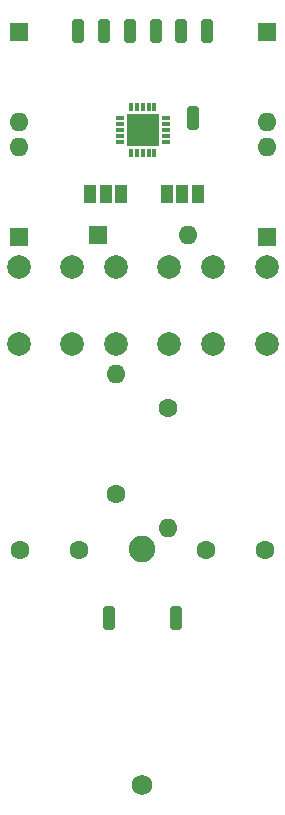
<source format=gbr>
%TF.GenerationSoftware,KiCad,Pcbnew,(7.0.0)*%
%TF.CreationDate,2023-07-04T16:48:58+02:00*%
%TF.ProjectId,attiny85_remote,61747469-6e79-4383-955f-72656d6f7465,rev?*%
%TF.SameCoordinates,Original*%
%TF.FileFunction,Soldermask,Bot*%
%TF.FilePolarity,Negative*%
%FSLAX46Y46*%
G04 Gerber Fmt 4.6, Leading zero omitted, Abs format (unit mm)*
G04 Created by KiCad (PCBNEW (7.0.0)) date 2023-07-04 16:48:58*
%MOMM*%
%LPD*%
G01*
G04 APERTURE LIST*
G04 Aperture macros list*
%AMRoundRect*
0 Rectangle with rounded corners*
0 $1 Rounding radius*
0 $2 $3 $4 $5 $6 $7 $8 $9 X,Y pos of 4 corners*
0 Add a 4 corners polygon primitive as box body*
4,1,4,$2,$3,$4,$5,$6,$7,$8,$9,$2,$3,0*
0 Add four circle primitives for the rounded corners*
1,1,$1+$1,$2,$3*
1,1,$1+$1,$4,$5*
1,1,$1+$1,$6,$7*
1,1,$1+$1,$8,$9*
0 Add four rect primitives between the rounded corners*
20,1,$1+$1,$2,$3,$4,$5,0*
20,1,$1+$1,$4,$5,$6,$7,0*
20,1,$1+$1,$6,$7,$8,$9,0*
20,1,$1+$1,$8,$9,$2,$3,0*%
G04 Aperture macros list end*
%ADD10R,1.000000X1.500000*%
%ADD11RoundRect,0.250000X0.250000X0.750000X-0.250000X0.750000X-0.250000X-0.750000X0.250000X-0.750000X0*%
%ADD12C,2.250000*%
%ADD13C,1.755000*%
%ADD14C,1.600000*%
%ADD15C,2.000000*%
%ADD16R,1.600000X1.600000*%
%ADD17O,1.600000X1.600000*%
%ADD18R,0.300000X0.800000*%
%ADD19R,0.800000X0.300000*%
%ADD20R,2.750000X2.750000*%
G04 APERTURE END LIST*
D10*
%TO.C,J2*%
X193157142Y-60357499D03*
X194457142Y-60357499D03*
X195757142Y-60357499D03*
%TD*%
D11*
%TO.C,REF\u002A\u002A*%
X195375000Y-53875000D03*
%TD*%
D12*
%TO.C,BT1*%
X191075000Y-90400000D03*
D13*
X191075000Y-110400000D03*
%TD*%
D14*
%TO.C,C2*%
X185725000Y-90525000D03*
X180725000Y-90525000D03*
%TD*%
%TO.C,C1*%
X196425000Y-90525000D03*
X201425000Y-90525000D03*
%TD*%
D11*
%TO.C,REF\u002A\u002A*%
X187815000Y-46525000D03*
%TD*%
%TO.C,REF\u002A\u002A*%
X194385000Y-46525000D03*
%TD*%
%TO.C,REF\u002A\u002A*%
X185625000Y-46525000D03*
%TD*%
%TO.C,REF\u002A\u002A*%
X190005000Y-46525000D03*
%TD*%
D15*
%TO.C,SW1*%
X201600000Y-73050000D03*
X201600000Y-66550000D03*
X197100000Y-73050000D03*
X197100000Y-66550000D03*
%TD*%
D16*
%TO.C,D6*%
X201599999Y-46654999D03*
D17*
X201599999Y-54274999D03*
%TD*%
D18*
%TO.C,Attiny85*%
X192099999Y-56849999D03*
X191599999Y-56849999D03*
X191099999Y-56849999D03*
X190599999Y-56849999D03*
X190099999Y-56849999D03*
D19*
X189149999Y-55899999D03*
X189149999Y-55399999D03*
X189149999Y-54899999D03*
X189149999Y-54399999D03*
X189149999Y-53899999D03*
D18*
X190099999Y-52949999D03*
X190599999Y-52949999D03*
X191099999Y-52949999D03*
X191599999Y-52949999D03*
X192099999Y-52949999D03*
D19*
X193049999Y-53899999D03*
X193049999Y-54399999D03*
X193049999Y-54899999D03*
X193049999Y-55399999D03*
X193049999Y-55899999D03*
D20*
X191099999Y-54899999D03*
%TD*%
D14*
%TO.C,R2*%
X188875000Y-85760000D03*
D17*
X188874999Y-75599999D03*
%TD*%
D16*
%TO.C,D3*%
X180599999Y-63994999D03*
D17*
X180599999Y-56374999D03*
%TD*%
D15*
%TO.C,SW3*%
X188850000Y-66550000D03*
X188850000Y-73050000D03*
X193350000Y-66550000D03*
X193350000Y-73050000D03*
%TD*%
D11*
%TO.C,REF\u002A\u002A*%
X193925000Y-96275000D03*
%TD*%
D16*
%TO.C,D4*%
X180599999Y-46654999D03*
D17*
X180599999Y-54274999D03*
%TD*%
%TO.C,D5*%
X201599999Y-56374999D03*
D16*
X201599999Y-63994999D03*
%TD*%
D10*
%TO.C,J1*%
X189257142Y-60357499D03*
X187957142Y-60357499D03*
X186657142Y-60357499D03*
%TD*%
D11*
%TO.C,REF\u002A\u002A*%
X196575000Y-46525000D03*
%TD*%
D14*
%TO.C,R1*%
X193275000Y-78440000D03*
D17*
X193274999Y-88599999D03*
%TD*%
D11*
%TO.C,REF\u002A\u002A*%
X188225000Y-96275000D03*
%TD*%
D15*
%TO.C,SW2*%
X180600000Y-66550000D03*
X180600000Y-73050000D03*
X185100000Y-66550000D03*
X185100000Y-73050000D03*
%TD*%
D11*
%TO.C,REF\u002A\u002A*%
X192195000Y-46525000D03*
%TD*%
D16*
%TO.C,D1*%
X187299999Y-63799999D03*
D17*
X194919999Y-63799999D03*
%TD*%
M02*

</source>
